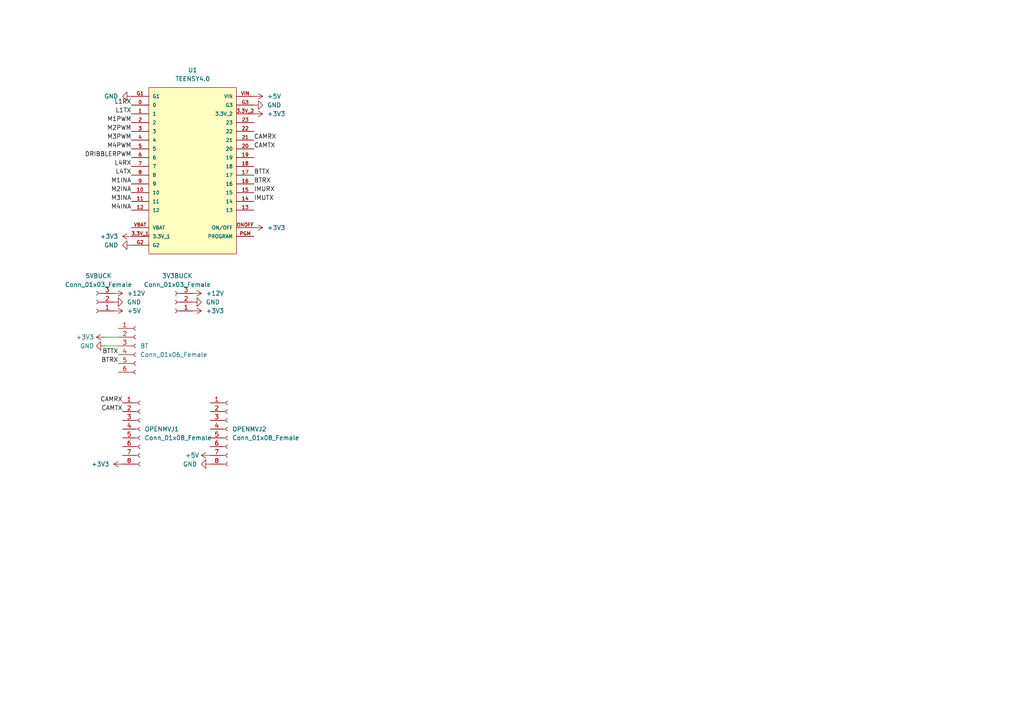
<source format=kicad_sch>
(kicad_sch (version 20211123) (generator eeschema)
  (paper "A4")
  (title_block (title "layer 3 schematic drawing") (date "2022-12-04") (rev "0.1") (company "8076 Robotics"))
  (lib_symbols
    (symbol "Connector:Conn_01x03_Female" (pin_names (offset 1.016) hide)
      (property "Reference" "J" (at 0 5.08 0))
      (property "Value" "Conn_01x03_Female" (at 0 -5.08 0))
      (symbol "Conn_01x03_Female_1_1"
        (arc (start 0 -2.032) (mid -0.508 -2.54) (end 0 -3.048) (stroke (width 0.1524)))
        (polyline (pts (xy -1.27 -2.54) (xy -0.508 -2.54)) (stroke (width 0.1524)))
        (polyline (pts (xy -1.27 0) (xy -0.508 0)) (stroke (width 0.1524)))
        (polyline (pts (xy -1.27 2.54) (xy -0.508 2.54)) (stroke (width 0.1524)))
        (arc (start 0 0.508) (mid -0.508 0) (end 0 -0.508) (stroke (width 0.1524)))
        (arc (start 0 3.048) (mid -0.508 2.54) (end 0 2.032) (stroke (width 0.1524)))
        (pin passive line (at -5.08 2.54 0) (length 3.81) (name "Pin_1") (number "1"))
        (pin passive line (at -5.08 0 0) (length 3.81) (name "Pin_2") (number "2"))
        (pin passive line (at -5.08 -2.54 0) (length 3.81) (name "Pin_3") (number "3"))
      )
    )
    (symbol "Connector:Conn_01x06_Female" (pin_names (offset 1.016) hide)
      (property "Reference" "J" (at 0 7.62 0))
      (property "Value" "Conn_01x06_Female" (at 0 -10.16 0))
      (symbol "Conn_01x06_Female_1_1"
        (arc (start 0 -7.112) (mid -0.508 -7.62) (end 0 -8.128) (stroke (width 0.1524)))
        (arc (start 0 -4.572) (mid -0.508 -5.08) (end 0 -5.588) (stroke (width 0.1524)))
        (arc (start 0 -2.032) (mid -0.508 -2.54) (end 0 -3.048) (stroke (width 0.1524)))
        (polyline (pts (xy -1.27 -7.62) (xy -0.508 -7.62)) (stroke (width 0.1524)))
        (polyline (pts (xy -1.27 -5.08) (xy -0.508 -5.08)) (stroke (width 0.1524)))
        (polyline (pts (xy -1.27 -2.54) (xy -0.508 -2.54)) (stroke (width 0.1524)))
        (polyline (pts (xy -1.27 0) (xy -0.508 0)) (stroke (width 0.1524)))
        (polyline (pts (xy -1.27 2.54) (xy -0.508 2.54)) (stroke (width 0.1524)))
        (polyline (pts (xy -1.27 5.08) (xy -0.508 5.08)) (stroke (width 0.1524)))
        (arc (start 0 0.508) (mid -0.508 0) (end 0 -0.508) (stroke (width 0.1524)))
        (arc (start 0 3.048) (mid -0.508 2.54) (end 0 2.032) (stroke (width 0.1524)))
        (arc (start 0 5.588) (mid -0.508 5.08) (end 0 4.572) (stroke (width 0.1524)))
        (pin passive line (at -5.08 5.08 0) (length 3.81) (name "Pin_1") (number "1"))
        (pin passive line (at -5.08 2.54 0) (length 3.81) (name "Pin_2") (number "2"))
        (pin passive line (at -5.08 0 0) (length 3.81) (name "Pin_3") (number "3"))
        (pin passive line (at -5.08 -2.54 0) (length 3.81) (name "Pin_4") (number "4"))
        (pin passive line (at -5.08 -5.08 0) (length 3.81) (name "Pin_5") (number "5"))
        (pin passive line (at -5.08 -7.62 0) (length 3.81) (name "Pin_6") (number "6"))
      )
    )
    (symbol "Connector:Conn_01x08_Female" (pin_names (offset 1.016) hide)
      (property "Reference" "J" (at 0 10.16 0))
      (property "Value" "Conn_01x08_Female" (at 0 -12.7 0))
      (symbol "Conn_01x08_Female_1_1"
        (arc (start 0 -9.652) (mid -0.508 -10.16) (end 0 -10.668) (stroke (width 0.1524)))
        (arc (start 0 -7.112) (mid -0.508 -7.62) (end 0 -8.128) (stroke (width 0.1524)))
        (arc (start 0 -4.572) (mid -0.508 -5.08) (end 0 -5.588) (stroke (width 0.1524)))
        (arc (start 0 -2.032) (mid -0.508 -2.54) (end 0 -3.048) (stroke (width 0.1524)))
        (polyline (pts (xy -1.27 -10.16) (xy -0.508 -10.16)) (stroke (width 0.1524)))
        (polyline (pts (xy -1.27 -7.62) (xy -0.508 -7.62)) (stroke (width 0.1524)))
        (polyline (pts (xy -1.27 -5.08) (xy -0.508 -5.08)) (stroke (width 0.1524)))
        (polyline (pts (xy -1.27 -2.54) (xy -0.508 -2.54)) (stroke (width 0.1524)))
        (polyline (pts (xy -1.27 0) (xy -0.508 0)) (stroke (width 0.1524)))
        (polyline (pts (xy -1.27 2.54) (xy -0.508 2.54)) (stroke (width 0.1524)))
        (polyline (pts (xy -1.27 5.08) (xy -0.508 5.08)) (stroke (width 0.1524)))
        (polyline (pts (xy -1.27 7.62) (xy -0.508 7.62)) (stroke (width 0.1524)))
        (arc (start 0 0.508) (mid -0.508 0) (end 0 -0.508) (stroke (width 0.1524)))
        (arc (start 0 3.048) (mid -0.508 2.54) (end 0 2.032) (stroke (width 0.1524)))
        (arc (start 0 5.588) (mid -0.508 5.08) (end 0 4.572) (stroke (width 0.1524)))
        (arc (start 0 8.128) (mid -0.508 7.62) (end 0 7.112) (stroke (width 0.1524)))
        (pin passive line (at -5.08 7.62 0) (length 3.81) (name "Pin_1") (number "1"))
        (pin passive line (at -5.08 5.08 0) (length 3.81) (name "Pin_2") (number "2"))
        (pin passive line (at -5.08 2.54 0) (length 3.81) (name "Pin_3") (number "3"))
        (pin passive line (at -5.08 0 0) (length 3.81) (name "Pin_4") (number "4"))
        (pin passive line (at -5.08 -2.54 0) (length 3.81) (name "Pin_5") (number "5"))
        (pin passive line (at -5.08 -5.08 0) (length 3.81) (name "Pin_6") (number "6"))
        (pin passive line (at -5.08 -7.62 0) (length 3.81) (name "Pin_7") (number "7"))
        (pin passive line (at -5.08 -10.16 0) (length 3.81) (name "Pin_8") (number "8"))
      )
    )
    (symbol "DEV-15583:DEV-15583" (pin_names (offset 1.016))
      (property "Reference" "U" (at -12.7 23.622 0))
      (property "Value" "DEV-15583" (at -12.7 -27.94 0))
      (symbol "DEV-15583_0_0"
        (rectangle (start -12.7 -25.4) (end 12.7 22.86) (stroke (width 0.1524)) (fill (type background)))
        (pin bidirectional line (at -17.78 17.78 0) (length 5.08) (name "0") (number "0"))
        (pin bidirectional line (at -17.78 15.24 0) (length 5.08) (name "1") (number "1"))
        (pin bidirectional line (at -17.78 -7.62 0) (length 5.08) (name "10") (number "10"))
        (pin bidirectional line (at -17.78 -10.16 0) (length 5.08) (name "11") (number "11"))
        (pin bidirectional line (at -17.78 -12.7 0) (length 5.08) (name "12") (number "12"))
        (pin bidirectional line (at 17.78 -12.7 180) (length 5.08) (name "13") (number "13"))
        (pin bidirectional line (at 17.78 -10.16 180) (length 5.08) (name "14") (number "14"))
        (pin bidirectional line (at 17.78 -7.62 180) (length 5.08) (name "15") (number "15"))
        (pin bidirectional line (at 17.78 -5.08 180) (length 5.08) (name "16") (number "16"))
        (pin bidirectional line (at 17.78 -2.54 180) (length 5.08) (name "17") (number "17"))
        (pin bidirectional line (at 17.78 0 180) (length 5.08) (name "18") (number "18"))
        (pin bidirectional line (at 17.78 2.54 180) (length 5.08) (name "19") (number "19"))
        (pin bidirectional line (at -17.78 12.7 0) (length 5.08) (name "2") (number "2"))
        (pin bidirectional line (at 17.78 5.08 180) (length 5.08) (name "20") (number "20"))
        (pin bidirectional line (at 17.78 7.62 180) (length 5.08) (name "21") (number "21"))
        (pin bidirectional line (at 17.78 10.16 180) (length 5.08) (name "22") (number "22"))
        (pin bidirectional line (at 17.78 12.7 180) (length 5.08) (name "23") (number "23"))
        (pin bidirectional line (at -17.78 10.16 0) (length 5.08) (name "3") (number "3"))
        (pin power_in line (at -17.78 -20.32 0) (length 5.08) (name "3.3V_1") (number "3.3V_1"))
        (pin power_in line (at 17.78 15.24 180) (length 5.08) (name "3.3V_2") (number "3.3V_2"))
        (pin bidirectional line (at -17.78 7.62 0) (length 5.08) (name "4") (number "4"))
        (pin bidirectional line (at -17.78 5.08 0) (length 5.08) (name "5") (number "5"))
        (pin bidirectional line (at -17.78 2.54 0) (length 5.08) (name "6") (number "6"))
        (pin bidirectional line (at -17.78 0 0) (length 5.08) (name "7") (number "7"))
        (pin bidirectional line (at -17.78 -2.54 0) (length 5.08) (name "8") (number "8"))
        (pin bidirectional line (at -17.78 -5.08 0) (length 5.08) (name "9") (number "9"))
        (pin power_in line (at -17.78 20.32 0) (length 5.08) (name "G1") (number "G1"))
        (pin power_in line (at -17.78 -22.86 0) (length 5.08) (name "G2") (number "G2"))
        (pin power_in line (at 17.78 17.78 180) (length 5.08) (name "G3") (number "G3"))
        (pin bidirectional line (at 17.78 -17.78 180) (length 5.08) (name "ON/OFF") (number "ONOFF"))
        (pin bidirectional line (at 17.78 -20.32 180) (length 5.08) (name "PROGRAM") (number "PGM"))
        (pin power_in line (at -17.78 -17.78 0) (length 5.08) (name "VBAT") (number "VBAT"))
        (pin power_in line (at 17.78 20.32 180) (length 5.08) (name "VIN") (number "VIN"))
      )
    )
    (symbol "power:+12V" (power) (pin_names (offset 0))
      (property "Value" "+12V" (at 0 3.556 0))
      (symbol "+12V_0_1"
        (polyline (pts (xy -0.762 1.27) (xy 0 2.54)))
        (polyline (pts (xy 0 0) (xy 0 2.54)))
        (polyline (pts (xy 0 2.54) (xy 0.762 1.27)))
      )
      (symbol "+12V_1_1"
        (pin power_in line (at 0 0 90) (length 0) hide (name "+12V") (number "1"))
      )
    )
    (symbol "power:+3V3" (power) (pin_names (offset 0))
      (property "Value" "+3V3" (at 0 3.556 0))
      (symbol "+3V3_0_1"
        (polyline (pts (xy -0.762 1.27) (xy 0 2.54)))
        (polyline (pts (xy 0 0) (xy 0 2.54)))
        (polyline (pts (xy 0 2.54) (xy 0.762 1.27)))
      )
      (symbol "+3V3_1_1"
        (pin power_in line (at 0 0 90) (length 0) hide (name "+3V3") (number "1"))
      )
    )
    (symbol "power:+5V" (power) (pin_names (offset 0))
      (property "Value" "+5V" (at 0 3.556 0))
      (symbol "+5V_0_1"
        (polyline (pts (xy -0.762 1.27) (xy 0 2.54)))
        (polyline (pts (xy 0 0) (xy 0 2.54)))
        (polyline (pts (xy 0 2.54) (xy 0.762 1.27)))
      )
      (symbol "+5V_1_1"
        (pin power_in line (at 0 0 90) (length 0) hide (name "+5V") (number "1"))
      )
    )
    (symbol "power:GND" (power) (pin_names (offset 0))
      (property "Value" "GND" (at 0 -3.81 0))
      (symbol "GND_0_1"
        (polyline (pts (xy 0 0) (xy 0 -1.27) (xy 1.27 -1.27) (xy 0 -2.54) (xy -1.27 -1.27) (xy 0 -1.27)))
      )
      (symbol "GND_1_1"
        (pin power_in line (at 0 0 270) (length 0) hide (name "GND") (number "1"))
      )
    )
  )
  (wire (pts (xy 30.48 97.79) (xy 34.29 97.79)))
  (wire (pts (xy 30.48 100.33) (xy 34.29 100.33)))
  (label "M1INA" (at 38.1 53.34 180))
  (label "M2INA" (at 38.1 55.88 180))
  (label "M4PWM" (at 38.1 43.18 180))
  (label "BTRX" (at 73.66 53.34 0))
  (label "DRIBBLERPWM" (at 38.1 45.72 180))
  (label "L1RX" (at 38.1 30.48 180))
  (label "M4INA" (at 38.1 60.96 180))
  (label "CAMRX" (at 35.56 116.84 180))
  (label "IMUTX" (at 73.66 58.42 0))
  (label "M3INA" (at 38.1 58.42 180))
  (label "L4TX" (at 38.1 50.8 180))
  (label "CAMTX" (at 73.66 43.18 0))
  (label "CAMTX" (at 35.56 119.38 180))
  (label "L1TX" (at 38.1 33.02 180))
  (label "BTTX" (at 73.66 50.8 0))
  (label "BTRX" (at 34.29 105.41 180))
  (label "M2PWM" (at 38.1 38.1 180))
  (label "CAMRX" (at 73.66 40.64 0))
  (label "M3PWM" (at 38.1 40.64 180))
  (label "M1PWM" (at 38.1 35.56 180))
  (label "BTTX" (at 34.29 102.87 180))
  (label "L4RX" (at 38.1 48.26 180))
  (label "IMURX" (at 73.66 55.88 0))
  (symbol (lib_id "Connector:Conn_01x06_Female") (at 39.37 100.33 0) (unit 1)
    (property "Reference" "BT" (at 40.64 100.3299 0) (effects (justify left)))
    (property "Value" "Conn_01x06_Female" (at 40.64 102.8699 0) (effects (justify left)))
  )
  (symbol (lib_id "power:+3V3") (at 38.1 68.58 90) (unit 1)
    (property "Reference" "#PWR?" (effects hide))
    (property "Value" "+3V3" (at 34.29 68.5799 90) (effects (justify left)))
  )
  (symbol (lib_id "power:+3V3") (at 55.88 90.17 270) (unit 1)
    (property "Reference" "#PWR?" (effects hide))
    (property "Value" "+3V3" (at 59.69 90.1699 90) (effects (justify left)))
  )
  (symbol (lib_id "power:+3V3") (at 73.66 66.04 270) (unit 1)
    (property "Reference" "#PWR?" (effects hide))
    (property "Value" "+3V3" (at 77.47 66.0401 90) (effects (justify left)))
  )
  (symbol (lib_id "power:GND") (at 38.1 27.94 270) (unit 1)
    (property "Reference" "#PWR?" (effects hide))
    (property "Value" "GND" (at 34.29 27.9399 90) (effects (justify right)))
  )
  (symbol (lib_id "power:+12V") (at 55.88 85.09 270) (unit 1)
    (property "Reference" "#PWR?" (effects hide))
    (property "Value" "+12V" (at 59.69 85.0899 90) (effects (justify left)))
  )
  (symbol (lib_id "power:GND") (at 73.66 30.48 90) (unit 1)
    (property "Reference" "#PWR?" (effects hide))
    (property "Value" "GND" (at 77.47 30.4801 90) (effects (justify right)))
  )
  (symbol (lib_id "power:GND") (at 30.48 100.33 270) (unit 1)
    (property "Reference" "#PWR?" (effects hide))
    (property "Value" "GND" (at 27.305 100.3299 90) (effects (justify right)))
  )
  (symbol (lib_id "power:GND") (at 33.02 87.63 90) (unit 1)
    (property "Reference" "#PWR?" (effects hide))
    (property "Value" "GND" (at 36.83 87.6299 90) (effects (justify right)))
  )
  (symbol (lib_id "power:+3V3") (at 73.66 33.02 270) (unit 1)
    (property "Reference" "#PWR?" (effects hide))
    (property "Value" "+3V3" (at 77.47 33.0201 90) (effects (justify left)))
  )
  (symbol (lib_id "power:+3V3") (at 35.56 134.62 90) (unit 1)
    (property "Reference" "#PWR?" (effects hide))
    (property "Value" "+3V3" (at 31.75 134.6199 90) (effects (justify left)))
  )
  (symbol (lib_id "DEV-15583:DEV-15583") (at 55.88 48.26 0) (unit 1)
    (property "Reference" "U1" (at 55.88 20.32 0))
    (property "Value" "TEENSY4.0" (at 55.88 22.86 0))
    (property "Footprint" "teensy:Teensy40" (effects hide))
    (property "MAXIMUM_PACKAGE_HEIGHT" "5.87mm" (effects hide))
    (property "STANDARD" "Manufacturer Recommendations" (effects hide))
    (property "MANUFACTURER" "Sparkfun" (effects hide))
  )
  (symbol (lib_id "power:GND") (at 55.88 87.63 90) (unit 1)
    (property "Reference" "#PWR?" (effects hide))
    (property "Value" "GND" (at 59.69 87.6299 90) (effects (justify right)))
  )
  (symbol (lib_id "power:GND") (at 38.1 71.12 270) (unit 1)
    (property "Reference" "#PWR?" (effects hide))
    (property "Value" "GND" (at 34.29 71.1199 90) (effects (justify right)))
  )
  (symbol (lib_id "power:GND") (at 60.96 134.62 270) (unit 1)
    (property "Reference" "#PWR?" (effects hide))
    (property "Value" "GND" (at 57.15 134.6199 90) (effects (justify right)))
  )
  (symbol (lib_id "Connector:Conn_01x08_Female") (at 40.64 124.46 0) (unit 1)
    (property "Reference" "OPENMVJ1" (at 41.91 124.4599 0) (effects (justify left)))
    (property "Value" "Conn_01x08_Female" (at 41.91 126.9999 0) (effects (justify left)))
    (property "Footprint" "Connectors:1X08_FEMALE_LOCK" (effects hide))
  )
  (symbol (lib_id "power:+5V") (at 60.96 132.08 90) (unit 1)
    (property "Reference" "#PWR?" (effects hide))
    (property "Value" "+5V" (at 57.785 132.0799 90) (effects (justify left)))
  )
  (symbol (lib_id "power:+3V3") (at 30.48 97.79 90) (unit 1)
    (property "Reference" "#PWR?" (effects hide))
    (property "Value" "+3V3" (at 27.305 97.7899 90) (effects (justify left)))
  )
  (symbol (lib_id "Connector:Conn_01x03_Female") (at 50.8 87.63 180) (unit 1)
    (property "Reference" "3V3BUCK" (at 51.435 80.01 0))
    (property "Value" "Conn_01x03_Female" (at 51.435 82.55 0))
    (property "Footprint" "Connectors:1X03_LOCK" (effects hide))
  )
  (symbol (lib_id "Connector:Conn_01x03_Female") (at 27.94 87.63 180) (unit 1)
    (property "Reference" "5VBUCK" (at 28.575 80.01 0))
    (property "Value" "Conn_01x03_Female" (at 28.575 82.55 0))
    (property "Footprint" "Connectors:1X03_LOCK" (effects hide))
  )
  (symbol (lib_id "Connector:Conn_01x08_Female") (at 66.04 124.46 0) (unit 1)
    (property "Reference" "OPENMVJ2" (at 67.31 124.4599 0) (effects (justify left)))
    (property "Value" "Conn_01x08_Female" (at 67.31 126.9999 0) (effects (justify left)))
    (property "Footprint" "Connectors:1X08_FEMALE_LOCK" (effects hide))
  )
  (symbol (lib_id "power:+12V") (at 33.02 85.09 270) (unit 1)
    (property "Reference" "#PWR?" (effects hide))
    (property "Value" "+12V" (at 36.83 85.0899 90) (effects (justify left)))
  )
  (symbol (lib_id "power:+5V") (at 33.02 90.17 270) (unit 1)
    (property "Reference" "#PWR?" (effects hide))
    (property "Value" "+5V" (at 36.83 90.1699 90) (effects (justify left)))
  )
  (symbol (lib_id "power:+5V") (at 73.66 27.94 270) (unit 1)
    (property "Reference" "#PWR?" (effects hide))
    (property "Value" "+5V" (at 77.47 27.9399 90) (effects (justify left)))
  )
)
</source>
